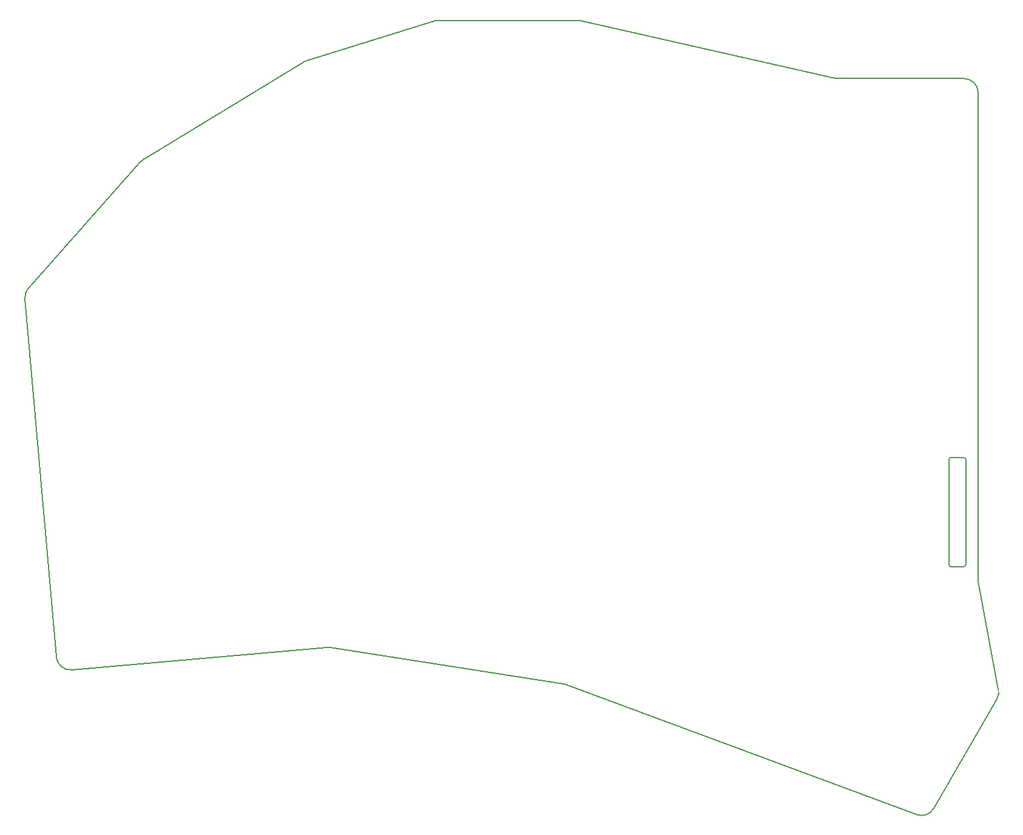
<source format=gm1>
%TF.GenerationSoftware,KiCad,Pcbnew,7.0.10-7.0.10~ubuntu22.04.1*%
%TF.CreationDate,2024-02-09T13:23:23+01:00*%
%TF.ProjectId,keyboard,6b657962-6f61-4726-942e-6b696361645f,v1.0.0*%
%TF.SameCoordinates,Original*%
%TF.FileFunction,Profile,NP*%
%FSLAX46Y46*%
G04 Gerber Fmt 4.6, Leading zero omitted, Abs format (unit mm)*
G04 Created by KiCad (PCBNEW 7.0.10-7.0.10~ubuntu22.04.1) date 2024-02-09 13:23:23*
%MOMM*%
%LPD*%
G01*
G04 APERTURE LIST*
%TA.AperFunction,Profile*%
%ADD10C,0.150000*%
%TD*%
G04 APERTURE END LIST*
D10*
X176948674Y-139681747D02*
X168161707Y-154901250D01*
X118822748Y-45012896D02*
X154388651Y-53025099D01*
X165734793Y-155776660D02*
X116794287Y-137643875D01*
X174355700Y-55074001D02*
G75*
G03*
X172355691Y-53074000I-2000000J1D01*
G01*
X41755731Y-82315940D02*
G75*
G03*
X41258088Y-83819069I1494749J-1328810D01*
G01*
X41258090Y-83819066D02*
X45627899Y-133766178D01*
X116406962Y-137543074D02*
X83897548Y-132483990D01*
X80837317Y-50501804D02*
G75*
G03*
X80398048Y-50699487I595483J-1910096D01*
G01*
X116794284Y-137643883D02*
G75*
G03*
X116406963Y-137543078I-694984J-1875817D01*
G01*
X118822748Y-45012897D02*
G75*
G03*
X118383206Y-44964006I-439548J-1951403D01*
G01*
X176948647Y-139681732D02*
G75*
G03*
X177183091Y-138316996I-1731947J1000032D01*
G01*
X154828192Y-53074008D02*
X172355691Y-53074000D01*
X174389249Y-123254838D02*
X177183092Y-138316996D01*
X165734804Y-155776631D02*
G75*
G03*
X168161707Y-154901250I694896J1875331D01*
G01*
X80837319Y-50501810D02*
X98315050Y-45054590D01*
X174355692Y-55074001D02*
X174355693Y-122890079D01*
X83897547Y-132483998D02*
G75*
G03*
X83415695Y-132467824I-307547J-1976702D01*
G01*
X98910144Y-44964011D02*
G75*
G03*
X98315049Y-45054591I56J-2000489D01*
G01*
X83415698Y-132467820D02*
X47794595Y-135584263D01*
X57891982Y-64299521D02*
X80398048Y-50699478D01*
X41755736Y-82315940D02*
X57431614Y-64682461D01*
X98910144Y-44964001D02*
X118383205Y-44964000D01*
X174355696Y-122890079D02*
G75*
G03*
X174389250Y-123254837I2001304J179D01*
G01*
X45627846Y-133766183D02*
G75*
G03*
X47794595Y-135584262I1992454J174383D01*
G01*
X57891988Y-64299530D02*
G75*
G03*
X57431619Y-64682462I1034812J-1712270D01*
G01*
X154388650Y-53025102D02*
G75*
G03*
X154828192Y-53074008I439550J1950802D01*
G01*
%TO.C,REF\u002A\u002A*%
X170255689Y-106274005D02*
X170255689Y-120874005D01*
X170555689Y-121174005D02*
X172355689Y-121174005D01*
X172355689Y-105974005D02*
X170555689Y-105974005D01*
X172655689Y-120874005D02*
X172655689Y-106274005D01*
X170555689Y-105974005D02*
G75*
G03*
X170255689Y-106274005I0J-300000D01*
G01*
X170255689Y-120874005D02*
G75*
G03*
X170555689Y-121174005I300000J0D01*
G01*
X172655689Y-106274005D02*
G75*
G03*
X172355689Y-105974005I-300000J0D01*
G01*
X172355689Y-121174005D02*
G75*
G03*
X172655689Y-120874005I0J300000D01*
G01*
%TD*%
M02*

</source>
